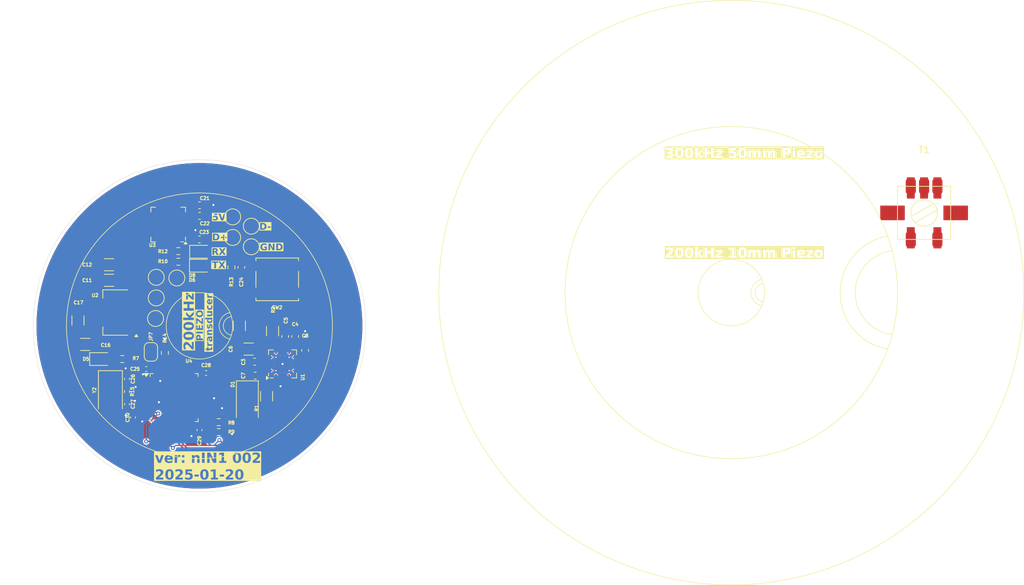
<source format=kicad_pcb>
(kicad_pcb (version 20240108) (generator "pcbnew") (generator_version "8.0")
  (layers (0 "F.Cu" signal) (31 "B.Cu" signal) (34 "B.Paste" user) (35 "F.Paste" user) (36 "B.SilkS" user "B.Silkscreen") (37 "F.SilkS" user "F.Silkscreen") (38 "B.Mask" user) (39 "F.Mask" user) (44 "Edge.Cuts" user))
  (net 0 "")
  (net 2 "Net-(U3-VDD)")
  (net 3 "rst")
  (net 4 "GND")
  (net 5 "NCS")
  (net 6 "OUT_4")
  (net 7 "ADC")
  (net 8 "IO_2")
  (net 9 "Net-(U3-~{DTR})")
  (net 10 "OUT_3")
  (net 11 "SDO")
  (net 12 "SCLK")
  (net 13 "IO_1")
  (net 14 "+5V")
  (net 15 "SDI")
  (net 16 "Net-(U1-FLT)")
  (net 17 "Net-(U1-INN)")
  (net 18 "VCC")
  (net 19 "+3.3V")
  (net 20 "Net-(D6-K)")
  (net 21 "Net-(U3-D+)")
  (net 22 "Net-(U3-D-)")
  (net 23 "BOOT_0")
  (net 24 "5V_voltage_detect")
  (net 25 "uC_TX")
  (net 26 "uC_RX")
  (net 46 "BOOT_1")
  (net 47 "Net-(C5-Pad1)")
  (net 48 "Net-(U1-INP)")
  (net 49 "Net-(U1-VDRV)")
  (net 50 "Net-(U1-VPWR)")
  (net 51 "Net-(U4-PD0-OSC_IN)")
  (net 52 "Net-(U4-PD0-OSC_OUT)")
  (net 53 "Net-(D1-K)")
  (net 54 "Net-(D5-A)")
  (net 55 "Net-(D8-K)")
  (net 56 "Net-(U1-OUTA)")
  (net 57 "Net-(U4-PC13-TAMPER-RTC)")
  (net 58 "Net-(U1-OUTB)")
  (footprint "Capacitor_SMD:C_1206_3216Metric" (layer "F.Cu") (at 81.725 94.2 -90)
    (property "Reference" "C17")
    (property "Value" "C47uF")
  )
  (footprint "Resistor_SMD:R_1206_3216Metric" (layer "F.Cu") (at 111 95.8 -90)
    (property "Reference" "R2")
    (property "Value" "R200")
  )
  (footprint "Capacitor_SMD:C_0402_1005Metric" (layer "F.Cu") (at 89.1 106.8 -90)
    (property "Reference" "C27")
    (property "Value" "C22pF")
  )
  (footprint "Resistor_SMD:R_0603_1608Metric" (layer "F.Cu") (at 88.4 100)
    (property "Reference" "R7")
    (property "Value" "R1k")
  )
  (footprint "Resistor_SMD:R_0603_1608Metric" (layer "F.Cu") (at 102.9 111)
    (property "Reference" "R9")
    (property "Value" "R1k")
  )
  (footprint "Resistor_SMD:R_1206_3216Metric" (layer "F.Cu") (at 106 95 90)
    (property "Reference" "Y1" (hide yes))
    (property "Value" "Crystal" (hide yes))
  )
  (footprint "TestPoint:TestPoint_Pad_D2.0mm" (layer "F.Cu") (at 105 81.7 180)
    (property "Reference" "TP7" (hide yes))
    (property "Value" "D+")
  )
  (footprint "Resistor_SMD:R_0402_1005Metric" (layer "F.Cu") (at 89.1 104.9 -90)
    (property "Reference" "R15")
    (property "Value" "R1M")
  )
  (footprint "Capacitor_SMD:C_0402_1005Metric" (layer "F.Cu") (at 92 101.5 180)
    (property "Reference" "C25")
    (property "Value" "C100nF")
  )
  (footprint "Resistor_SMD:R_0603_1608Metric" (layer "F.Cu") (at 104.8 86.2 90)
    (property "Reference" "R13")
    (property "Value" "R10k")
  )
  (footprint "Package_DFN_QFN:QFN-20-1EP_4x4mm_P0.5mm_EP2.5x2.5mm_ThermalVias" (layer "F.Cu") (at 112.5 100.7375 90)
    (property "Reference" "U1")
    (property "Value" "TUSS4470TRTJR")
  )
  (footprint "Diode_SMD:D_SMA" (layer "F.Cu") (at 107.2 106.8 -90)
    (property "Reference" "D1")
    (property "Value" "1N4001")
  )
  (footprint "Resistor_SMD:R_0603_1608Metric" (layer "F.Cu") (at 102.9 109.5 180)
    (property "Reference" "R8")
    (property "Value" "R1k")
  )
  (footprint "Capacitor_SMD:C_0603_1608Metric" (layer "F.Cu") (at 112.9 96.6 -90)
    (property "Reference" "C5")
    (property "Value" "40V, 330pF")
  )
  (footprint "Resistor_SMD:R_0603_1608Metric" (layer "F.Cu") (at 96.82 85.35 180)
    (property "Reference" "R10")
    (property "Value" "R330")
  )
  (footprint "Capacitor_SMD:C_0402_1005Metric" (layer "F.Cu") (at 100 110.7 -90)
    (property "Reference" "C29")
    (property "Value" "C100nF")
  )
  (footprint "Capacitor_SMD:C_1206_3216Metric" (layer "F.Cu") (at 86.4 85.8 180)
    (property "Reference" "C12")
    (property "Value" "C47uF")
  )
  (footprint "LED_SMD:LED_0805_2012Metric" (layer "F.Cu") (at 85.175 100)
    (property "Reference" "D5")
    (property "Value" "LED_PC13")
  )
  (footprint "TestPoint:TestPoint_Pad_D2.0mm" (layer "F.Cu") (at 93.5 87.7 -90)
    (property "Reference" "TP4" (hide yes))
    (property "Value" "TX")
  )
  (footprint "TestPoint:TestPoint_Pad_D2.0mm" (layer "F.Cu") (at 96.6 87.8 -90)
    (property "Reference" "TP3" (hide yes))
    (property "Value" "RX")
  )
  (footprint "Package_QFP:LQFP-48_7x7mm_P0.5mm" (layer "F.Cu") (at 96.2 105.8)
    (property "Reference" "U4")
    (property "Value" "STM32F103C8Tx")
  )
  (footprint "Capacitor_SMD:C_0603_1608Metric" (layer "F.Cu") (at 115.9 98.7 -90)
    (property "Reference" "C8")
    (property "Value" "10nF")
  )
  (footprint "Button_Switch_SMD:SW_Push_1P1T_NO_CK_KSC7xxJ" (layer "F.Cu") (at 111.7 88)
    (property "Reference" "SW2")
    (property "Value" "RST")
  )
  (footprint "Capacitor_SMD:C_0603_1608Metric" (layer "F.Cu") (at 100 82)
    (property "Reference" "C23")
    (property "Value" "C100nF")
  )
  (footprint "Capacitor_SMD:C_0402_1005Metric" (layer "F.Cu") (at 101 102.1)
    (property "Reference" "C28")
    (property "Value" "C100nF")
  )
  (footprint "Capacitor_SMD:C_1206_3216Metric" (layer "F.Cu") (at 82.825 97.8 180)
    (property "Reference" "C16")
    (property "Value" "C100nF")
  )
  (footprint "LED_SMD:LED_0805_2012Metric" (layer "F.Cu") (at 100.22 83.85)
    (property "Reference" "D8")
    (property "Value" "RX")
  )
  (footprint "TestPoint:TestPoint_Pad_D2.0mm" (layer "F.Cu") (at 93.4 93.9)
    (property "Reference" "TP6" (hide yes))
    (property "Value" "3.3V")
  )
  (footprint "Capacitor_SMD:C_1206_3216Metric" (layer "F.Cu") (at 107.4 98.5 180)
    (property "Reference" "C6")
    (property "Value" "40V, 2µF")
  )
  (footprint "Capacitor_SMD:C_0603_1608Metric" (layer "F.Cu") (at 100.02 78.45 180)
    (property "Reference" "C22")
    (property "Value" "C100nF")
  )
  (footprint "TestPoint:TestPoint_Pad_D2.0mm" (layer "F.Cu") (at 93.5 90.8)
    (property "Reference" "TP5" (hide yes))
    (property "Value" "GND")
  )
  (footprint "Package_TO_SOT_SMD:SOT-223-3_TabPin2" (layer "F.Cu") (at 87.375 93 180)
    (property "Reference" "U2")
    (property "Value" "AMS1117-3.3")
  )
  (footprint "Capacitor_SMD:C_0603_1608Metric" (layer "F.Cu") (at 106.3 86.2 -90)
    (property "Reference" "C24")
    (property "Value" "C100nF")
  )
  (footprint "Jumper:SolderJumper-2_P1.3mm_Open_RoundedPad1.0x1.5mm" (layer "F.Cu") (at 92.7 98.925 90)
    (property "Reference" "JP7")
    (property "Value" "termination_jumper")
  )
  (footprint "Transformer_SMD:UltrasonicTransformer7.8,8" (layer "F.Cu") (at 209 78)
    (property "Reference" "T1")
    (property "Value" "Transformer_1P_SS")
  )
  (footprint "Resistor_SMD:R_1206_3216Metric" (layer "F.Cu") (at 110.1 105.6 -90)
    (property "Reference" "R1")
    (property "Value" "R10")
  )
  (footprint "TestPoint:TestPoint_Pad_D2.0mm" (layer "F.Cu") (at 105 78.6 180)
    (property "Reference" "TP2" (hide yes))
    (property "Value" "5V")
  )
  (footprint "Capacitor_SMD:C_0603_1608Metric" (layer "F.Cu") (at 108.3 100.4 180)
    (property "Reference" "C3")
    (property "Value" "C3.2nF")
  )
  (footprint "LED_SMD:LED_0805_2012Metric" (layer "F.Cu") (at 100.1825 85.95)
    (property "Reference" "D6")
    (property "Value" "TX")
  )
  (footprint "TestPoint:TestPoint_Pad_D2.0mm" (layer "F.Cu") (at 107.8 80 180)
    (property "Reference" "TP8" (hide yes))
    (property "Value" "D-")
  )
  (footprint "Crystal:Crystal_SMD_5032-2Pin_5.0x3.2mm" (layer "F.Cu") (at 86.6 104.8 -90)
    (property "Reference" "Y2")
    (property "Value" "Crystal")
  )
  (footprint "Capacitor_SMD:C_0402_1005Metric" (layer "F.Cu") (at 89.1 103 -90)
    (property "Reference" "C26")
    (property "Value" "C22pF")
  )
  (footprint "Capacitor_SMD:C_0402_1005Metric" (layer "F.Cu") (at 90 108.8 -90)
    (property "Reference" "C30")
    (property "Value" "C100nF")
  )
  (footprint "Capacitor_SMD:C_0603_1608Metric" (layer "F.Cu") (at 108.4 102.5 180)
    (property "Reference" "C7")
    (property "Value" "50V, 100nF")
  )
  (footprint "Resistor_SMD:R_0603_1608Metric" (layer "F.Cu") (at 94.8 99.075 90)
    (property "Reference" "R14")
    (property "Value" "R10k")
  )
  (footprint "TestPoint:TestPoint_Pad_D2.0mm" (layer "F.Cu") (at 107.8 83.1 180)
    (property "Reference" "TP1" (hide yes))
    (property "Value" "GND")
  )
  (footprint "Capacitor_SMD:C_0603_1608Metric" (layer "F.Cu") (at 114.4 96.6 90)
    (property "Reference" "C4")
    (property "Value" "C21.2nF")
  )
  (footprint "Resistor_SMD:R_0603_1608Metric" (layer "F.Cu") (at 96.82 83.75 180)
    (property "Reference" "R12")
    (property "Value" "R330")
  )
  (footprint "Capacitor_SMD:C_1206_3216Metric" (layer "F.Cu") (at 86.4 88.15 180)
    (property "Reference" "C11")
    (property "Value" "C100nF")
  )
  (footprint "Capacitor_SMD:C_0603_1608Metric" (layer "F.Cu") (at 100.02 76.85 180)
    (property "Reference" "C21")
    (property "Value" "C100nF")
  )
  (footprint "Package_DFN_QFN:QFN-28-1EP_5x5mm_P0.5mm_EP3.35x3.35mm" (layer "F.Cu") (at 95.3 79.75 180)
    (property "Reference" "U3")
    (property "Value" "CP2102N-A01-GQFN28")
  )
  (gr_circle (center 180 90) (end 185 90) (stroke (width 0.1)) (fill none) (layer "F.SilkS"))
  (gr_circle (center 100 95) (end 120 95) (stroke (width 0.1)) (fill none) (layer "F.SilkS"))
  (gr_arc (start 104.767505 96.394971) (mid 103.585883 94.983559) (end 104.8 93.600001) (stroke (width 0.1)) (layer "F.SilkS"))
  (gr_circle (center 180 90) (end 205 90) (stroke (width 0.1)) (fill none) (layer "F.SilkS"))
  (gr_arc (start 184.600001 91.999998) (mid 182.960394 90) (end 184.6 88.000002) (stroke (width 0.1)) (layer "F.SilkS"))
  (gr_arc (start 204.19253 96.310761) (mid 198.637792 90.004394) (end 204.183814 83.69036) (stroke (width 0.1)) (layer "F.SilkS"))
  (gr_circle (center 100 95) (end 105 95) (stroke (width 0.1)) (fill none) (layer "F.SilkS"))
  (gr_arc (start 203.511022 98.493438) (mid 196.377035 89.99608) (end 203.518744 81.505212) (stroke (width 0.1)) (layer "F.SilkS"))
  (gr_circle (center 180 90) (end 224 90) (stroke (width 0.1)) (fill none) (layer "F.SilkS"))
  (gr_arc (start 184.767505 91.394971) (mid 183.585883 89.983559) (end 184.8 88.600001) (stroke (width 0.1)) (layer "F.SilkS"))
  (gr_arc (start 104.600001 96.999998) (mid 102.960394 95) (end 104.6 93.000002) (stroke (width 0.1)) (layer "F.SilkS"))
  (gr_circle (center 100 95) (end 125 95) (stroke (width 0.05)) (fill none) (layer "Edge.Cuts"))
  (gr_text "D-" (at 109 80.7 0) (layer "F.SilkS" knockout) (effects (font (size 1 1) (thickness 0.25) (bold yes)) (justify left bottom)))
  (gr_text "D+" (at 101.9 82.3 0) (layer "F.SilkS" knockout) (effects (font (size 1 1) (thickness 0.25) (bold yes)) (justify left bottom)))
  (gr_text "RX" (at 102.9 84.5 0) (layer "F.SilkS" knockout) (effects (font (size 1 1) (thickness 0.25) (bold yes)) (justify bottom)))
  (gr_text "TX" (at 102.9 86.5 0) (layer "F.SilkS" knockout) (effects (font (size 1 1) (thickness 0.25) (bold yes)) (justify bottom)))
  (gr_text "200kHz" (at 99.4 98.7 90) (layer "F.SilkS" knockout) (effects (font (size 1.5 1.5) (thickness 0.3) (bold yes)) (justify left bottom)))
  (gr_text "300kHz 50mm Piezo" (at 170 70 0) (layer "F.SilkS" knockout) (effects (font (size 1.5 1.5) (thickness 0.3) (bold yes)) (justify left bottom)))
  (gr_text "transducer" (at 102.1 98.8 90) (layer "F.SilkS" knockout) (effects (font (size 1 1) (thickness 0.25) (bold yes)) (justify left bottom)))
  (gr_text "5V" (at 101.9 79.3 0) (layer "F.SilkS" knockout) (effects (font (size 1 1) (thickness 0.25) (bold yes)) (justify left bottom)))
  (gr_text "ver: nIN1 002\n2025-01-20\n" (at 93.3 118.4 0) (layer "F.SilkS" knockout) (effects (font (size 1.5 1.5) (thickness 0.3) (bold yes)) (justify left bottom)))
  (gr_text "PIEZO" (at 100.7 97.3 90) (layer "F.SilkS" knockout) (effects (font (size 1 1) (thickness 0.2) (bold yes)) (justify left bottom)))
  (gr_text "200kHz 10mm Piezo" (at 170 85 0) (layer "F.SilkS" knockout) (effects (font (size 1.5 1.5) (thickness 0.3) (bold yes)) (justify left bottom)))
  (gr_text "GND" (at 109.1 83.8 0) (layer "F.SilkS" knockout) (effects (font (size 1 1) (thickness 0.25) (bold yes)) (justify left bottom)))
  (segment (start 98.945 78.75) (end 97.75 78.75) (width 0.2) (layer "F.Cu") (net 2))
  (segment (start 99.245 78.45) (end 98.945 78.75) (width 0.2) (layer "F.Cu") (net 2))
  (segment (start 104.8 84.2) (end 104.8 85.375) (width 0.2) (layer "F.Cu") (net 3))
  (segment (start 104.85 85.425) (end 104.8 85.375) (width 0.2) (layer "F.Cu") (net 3))
  (segment (start 106.3 85.425) (end 104.85 85.425) (width 0.2) (layer "F.Cu") (net 3))
  (segment (start 108.8 86) (end 106.875 86) (width 0.2) (layer "F.Cu") (net 3))
  (segment (start 106.875 86) (end 106.3 85.425) (width 0.2) (layer "F.Cu") (net 3))
  (segment (start 100.775 82) (end 102.6 82) (width 0.2) (layer "F.Cu") (net 3))
  (segment (start 102.6 82) (end 104.8 84.2) (width 0.2) (layer "F.Cu") (net 3))
  (segment (start 114.6 86) (end 108.8 86) (width 0.2) (layer "F.Cu") (net 3))
  (segment (start 91.52 101.5) (end 91.52 102.28) (width 0.2) (layer "F.Cu") (net 4))
  (segment (start 115.875 95.825) (end 115.9 95.8) (width 0.2) (layer "F.Cu") (net 4))
  (segment (start 91.52 102.28) (end 91.5 102.3) (width 0.2) (layer "F.Cu") (net 4))
  (segment (start 93.95 103.15) (end 94.1 103.3) (width 0.2) (layer "F.Cu") (net 4))
  (segment (start 93.95 101.6375) (end 93.95 103.15) (width 0.2) (layer "F.Cu") (net 4))
  (segment (start 100.795 78.45) (end 101.95 78.45) (width 0.2) (layer "F.Cu") (net 4))
  (segment (start 89.1 107.28) (end 89.1 108.3) (width 0.2) (layer "F.Cu") (net 4))
  (segment (start 112 102.675) (end 112 101.2375) (width 0.2) (layer "F.Cu") (net 4))
  (segment (start 112 101.2375) (end 112.5 100.7375) (width 0.2) (layer "F.Cu") (net 4))
  (segment (start 115.9 97.925) (end 115.9 96.6) (width 0.2) (layer "F.Cu") (net 4))
  (segment (start 103.725 111) (end 104.6 111) (width 0.2) (layer "F.Cu") (net 4))
  (segment (start 102.05 76.85) (end 102.1 76.8) (width 0.2) (layer "F.Cu") (net 4))
  (segment (start 89.1 102.52) (end 89.1 101.6) (width 0.2) (layer "F.Cu") (net 4))
  (segment (start 114.4 95.825) (end 115.875 95.825) (width 0.2) (layer "F.Cu") (net 4))
  (segment (start 101.95 78.45) (end 102.1 78.3) (width 0.2) (layer "F.Cu") (net 4))
  (segment (start 100.795 76.85) (end 102.05 76.85) (width 0.2) (layer "F.Cu") (net 4))
  (segment (start 99.05 80.25) (end 99.4 80.6) (width 0.2) (layer "F.Cu") (net 4))
  (segment (start 97.75 80.25) (end 99.05 80.25) (width 0.2) (layer "F.Cu") (net 4))
  (segment (start 89.1 108.3) (end 88.9 108.5) (width 0.2) (layer "F.Cu") (net 4))
  (segment (start 104.6 111) (end 104.9 111.3) (width 0.2) (layer "F.Cu") (net 4))
  (segment (start 112.5 98.8) (end 112 98.8) (width 0.2) (layer "F.Cu") (net 4))
  (segment (start 89.1 101.6) (end 88.9 101.4) (width 0.2) (layer "F.Cu") (net 4))
  (via (at 115.9 95.8) (size 0.6) (drill 0.3) (layers "F.Cu" "B.Cu") (net 4))
  (via (at 99.4 80.6) (size 0.6) (drill 0.3) (layers "F.Cu" "B.Cu") (net 4))
  (via (at 91.4 109.4) (size 0.6) (drill 0.3) (layers "F.Cu" "B.Cu") (net 4))
  (via (at 90.4 104.2) (size 0.6) (drill 0.3) (layers "F.Cu" "B.Cu") (net 4))
  (via (at 103.4 107.4) (size 0.6) (drill 0.3) (layers "F.Cu" "B.Cu") (net 4))
  (via (at 112.5 100.7375) (size 0.6) (drill 0.3) (layers "F.Cu" "B.Cu") (net 4))
  (via (at 115.9 96.6) (size 0.6) (drill 0.3) (layers "F.Cu" "B.Cu") (net 4))
  (via (at 88.9 101.4) (size 0.6) (drill 0.3) (layers "F.Cu" "B.Cu") (net 4))
  (via (at 88.9 108.5) (size 0.6) (drill 0.3) (layers "F.Cu" "B.Cu") (net 4))
  (via (at 104.9 111.3) (size 0.6) (drill 0.3) (layers "F.Cu" "B.Cu") (net 4))
  (via (at 102.1 78.3) (size 0.6) (drill 0.3) (layers "F.Cu" "B.Cu") (net 4))
  (via (at 102.1 76.8) (size 0.6) (drill 0.3) (layers "F.Cu" "B.Cu") (net 4))
  (via (at 112.2 104.1) (size 0.6) (drill 0.3) (layers "F.Cu" "B.Cu") (net 4))
  (via (at 102.2 105.9) (size 0.6) (drill 0.3) (layers "F.Cu" "B.Cu") (net 4))
  (via (at 94.1 103.3) (size 0.6) (drill 0.3) (layers "F.Cu" "B.Cu") (net 4))
  (via (at 90.3 106.3) (size 0.6) (drill 0.3) (layers "F.Cu" "B.Cu") (net 4))
  (via (at 94.8 97) (size 0.6) (drill 0.3) (layers "F.Cu" "B.Cu") (net 4))
  (via (at 98.8 111.6) (size 0.6) (drill 0.3) (layers "F.Cu" "B.Cu") (net 4))
  (via (at 93.9 106.5) (size 0.6) (drill 0.3) (layers "F.Cu" "B.Cu") (net 4))
  (via (at 91.5 102.3) (size 0.6) (drill 0.3) (layers "F.Cu" "B.Cu") (net 4))
  (segment (start 103.9 112.6) (end 109.468628 112.6) (width 0.2) (layer "F.Cu") (net 5))
  (segment (start 113.6 104.4) (end 112.5 103.3) (width 0.2) (layer "F.Cu") (net 5))
  (segment (start 113.6 108.468628) (end 113.6 104.4) (width 0.2) (layer "F.Cu") (net 5))
  (segment (start 93.95 111.35) (end 96 113.4) (width 0.2) (layer "F.Cu") (net 5))
  (segment (start 112.5 103.3) (end 112.5 102.675) (width 0.2) (layer "F.Cu") (net 5))
  (segment (start 103.9 112.6) (end 103.4 112.6) (width 0.2) (layer "F.Cu") (net 5))
  (segment (start 103.4 112.6) (end 103 112.2) (width 0.2) (layer "F.Cu") (net 5))
  (segment (start 93.95 109.9625) (end 93.95 111.35) (width 0.2) (layer "F.Cu") (net 5))
  (segment (start 109.468628 112.6) (end 113.6 108.468628) (width 0.2) (layer "F.Cu") (net 5))
  (via (at 96 113.4) (size 0.6) (drill 0.3) (layers "F.Cu" "B.Cu") (net 5))
  (via (at 103 112.2) (size 0.6) (drill 0.3) (layers "F.Cu" "B.Cu") (net 5))
  (segment (start 96.4 113) (end 96 113.4) (width 0.2) (layer "B.Cu") (net 5))
  (segment (start 103 112.2) (end 102.2 113) (width 0.2) (layer "B.Cu") (net 5))
  (segment (start 102.2 113) (end 96.4 113) (width 0.2) (layer "B.Cu") (net 5))
  (segment (start 103.7 105.5) (end 101.15 108.05) (width 0.2) (layer "F.Cu") (net 6))
  (segment (start 103.7 103.2) (end 103.7 105.5) (width 0.2) (layer "F.Cu") (net 6))
  (segment (start 101.15 108.05) (end 100.3625 108.05) (width 0.2) (layer "F.Cu") (net 6))
  (segment (start 105.6625 101.2375) (end 103.7 103.2) (width 0.2) (layer "F.Cu") (net 6))
  (segment (start 110.5625 101.2375) (end 105.6625 101.2375) (width 0.2) (layer "F.Cu") (net 6))
  (segment (start 95.068628 115) (end 92.468628 112.4) (width 0.2) (layer "F.Cu") (net 7))
  (segment (start 114.4375 100.2375) (end 114.995758 100.2375) (width 0.2) (layer "F.Cu") (net 7))
  (segment (start 116.2 101.441742) (end 116.2 109.4) (width 0.2) (layer "F.Cu") (net 7))
  (segment (start 92.468628 112.4) (end 92 112.4) (width 0.2) (layer "F.Cu") (net 7))
  (segment (start 93.65 108.05) (end 93.8 108.2) (width 0.2) (layer "F.Cu") (net 7))
  (segment (start 92.0375 108.05) (end 93.65 108.05) (width 0.2) (layer "F.Cu") (net 7))
  (segment (start 114.995758 100.2375) (end 116.2 101.441742) (width 0.2) (layer "F.Cu") (net 7))
  (segment (start 116.2 109.4) (end 110.6 115) (width 0.2) (layer "F.Cu") (net 7))
  (segment (start 110.6 115) (end 95.068628 115) (width 0.2) (layer "F.Cu") (net 7))
  (via (at 93.8 108.2) (size 0.6) (drill 0.3) (layers "F.Cu" "B.Cu") (net 7))
  (via (at 92 112.4) (size 0.6) (drill 0.3) (layers "F.Cu" "B.Cu") (net 7))
  (segment (start 93.8 108.2) (end 92 110) (width 0.2) (layer "B.Cu") (net 7))
  (segment (start 92 110) (end 92 112.4) (width 0.2) (layer "B.Cu") (net 7))
  (segment (start 93 109.5125) (end 92.0375 108.55) (width 0.2) (layer "F.Cu") (net 8))
  (segment (start 95.234314 114.6) (end 93 112.365686) (width 0.2) (layer "F.Cu") (net 8))
  (segment (start 114.930072 100.7375) (end 115.6 101.407428) (width 0.2) (layer "F.Cu") (net 8))
  (segment (start 115.6 109.297057) (end 110.297057 114.6) (width 0.2) (layer "F.Cu") (net 8))
  (segment (start 115.6 101.407428) (end 115.6 109.297057) (width 0.2) (layer "F.Cu") (net 8))
  (segment (start 93 112.365686) (end 93 109.5125) (width 0.2) (layer "F.Cu") (net 8))
  (segment (start 114.4375 100.7375) (end 114.930072 100.7375) (width 0.2) (layer "F.Cu") (net 8))
  (segment (start 110.297057 114.6) (end 95.234314 114.6) (width 0.2) (layer "F.Cu") (net 8))
  (segment (start 96.8 82.2) (end 97 82) (width 0.2) (layer "F.Cu") (net 9))
  (segment (start 97 82) (end 99.225 82) (width 0.2) (layer "F.Cu") (net 9))
  (segment (start 113.1 108.402942) (end 113.1 105.9) (width 0.2) (layer "F.Cu") (net 10))
  (segment (start 104.45 108.55) (end 105.05 109.15) (width 0.2) (layer "F.Cu") (net 10))
  (segment (start 105.05 109.15) (end 105.05 110.3) (width 0.2) (layer "F.Cu") (net 10))
  (segment (start 105.05 110.3) (end 106.65 111.9) (width 0.2) (layer "F.Cu") (net 10))
  (segment (start 113.1 105.9) (end 111.5 104.3) (width 0.2) (layer "F.Cu") (net 10))
  (segment (start 109.602942 111.9) (end 113.1 108.402942) (width 0.2) (layer "F.Cu") (net 10))
  (segment (start 100.3625 108.55) (end 104.45 108.55) (width 0.2) (layer "F.Cu") (net 10))
  (segment (start 106.65 111.9) (end 109.602942 111.9) (width 0.2) (layer "F.Cu") (net 10))
  (segment (start 111.5 104.3) (end 111.5 102.675) (width 0.2) (layer "F.Cu") (net 10))
  (segment (start 114.8 108.965686) (end 109.965686 113.8) (width 0.2) (layer "F.Cu") (net 11))
  (segment (start 94.95 110.798096) (end 94.95 109.9625) (width 0.2) (layer "F.Cu") (net 11))
  (segment (start 109.965686 113.8) (end 97.951904 113.8) (width 0.2) (layer "F.Cu") (net 11))
  (segment (start 114.8 102.1) (end 114.8 108.965686) (width 0.2) (layer "F.Cu") (net 11))
  (segment (start 97.951904 113.8) (end 94.95 110.798096) (width 0.2) (layer "F.Cu") (net 11))
  (segment (start 114.4375 101.7375) (end 114.8 102.1) (width 0.2) (layer "F.Cu") (net 11))
  (segment (start 101 110.283866) (end 101 112.3) (width 0.2) (layer "F.Cu") (net 12))
  (segment (start 94.71759 108.925) (end 99.46759 108.925) (width 0.2) (layer "F.Cu") (net 12))
  (segment (start 99.46759 108.925) (end 100.14259 109.6) (width 0.2) (layer "F.Cu") (net 12))
  (segment (start 114 104.2) (end 114 108.634314) (width 0.2) (layer "F.Cu") (net 12))
  (segment (start 113 102.675) (end 113 103.2) (width 0.2) (layer "F.Cu") (net 12))
  (segment (start 113 103.2) (end 114 104.2) (width 0.2) (layer "F.Cu") (net 12))
  (segment (start 100.316134 109.6) (end 101 110.283866) (width 0.2) (layer "F.Cu") (net 12))
  (segment (start 101 112.3) (end 101.7 113) (width 0.2) (layer "F.Cu") (net 12))
  (segment (start 94.45 109.19259) (end 94.71759 108.925) (width 0.2) (layer "F.Cu") (net 12))
  (segment (start 100.14259 109.6) (end 100.316134 109.6) (width 0.2) (layer "F.Cu") (net 12))
  (segment (start 114 108.634314) (end 109.634314 113) (width 0.2) (layer "F.Cu") (net 12))
  (segment (start 101.7 113) (end 101.8 113) (width 0.2) (layer "F.Cu") (net 12))
  (segment (start 94.45 109.9625) (end 94.45 109.19259) (width 0.2) (layer "F.Cu") (net 12))
  (segment (start 109.634314 113) (end 101.8 113) (width 0.2) (layer "F.Cu") (net 12))
  (segment (start 115.2 109.131371) (end 115.2 101.573114) (width 0.2) (layer "F.Cu") (net 13))
  (segment (start 93.45 109.9625) (end 93.45 112.25) (width 0.2) (layer "F.Cu") (net 13))
  (segment (start 110.131371 114.2) (end 115.2 109.131371) (width 0.2) (layer "F.Cu") (net 13))
  (segment (start 93.45 112.25) (end 95.4 114.2) (width 0.2) (layer "F.Cu") (net 13))
  (segment (start 114.864386 101.2375) (end 114.4375 101.2375) (width 0.2) (layer "F.Cu") (net 13))
  (segment (start 95.4 114.2) (end 110.131371 114.2) (width 0.2) (layer "F.Cu") (net 13))
  (segment (start 115.2 101.573114) (end 114.864386 101.2375) (width 0.2) (layer "F.Cu") (net 13))
  (segment (start 114.4375 99.7375) (end 115.6375 99.7375) (width 0.2) (layer "F.Cu") (net 14))
  (segment (start 99.15 76.85) (end 99.245 76.85) (width 0.2) (layer "F.Cu") (net 14))
  (segment (start 100.02 77.625) (end 104.025 77.625) (width 0.2) (layer "F.Cu") (net 14))
  (segment (start 100.02 77.625) (end 99.245 76.85) (width 0.2) (layer "F.Cu") (net 14))
  (segment (start 104.025 77.625) (end 105 78.6) (width 0.2) (layer "F.Cu") (net 14))
  (segment (start 115.6375 99.7375) (end 115.9 99.475) (width 0.2) (layer "F.Cu") (net 14))
  (segment (start 97.75 78.25) (end 96.8 77.3) (width 0.2) (layer "F.Cu") (net 14))
  (segment (start 97.75 78.25) (end 99.15 76.85) (width 0.2) (layer "F.Cu") (net 14))
  (segment (start 114.4 108.8) (end 114.4 104) (width 0.2) (layer "F.Cu") (net 15))
  (segment (start 113.5 102.675) (end 113.5 103.1) (width 0.2) (layer "F.Cu") (net 15))
  (segment (start 95.45 110.73241) (end 98.11759 113.4) (width 0.2) (layer "F.Cu") (net 15))
  (segment (start 109.8 113.4) (end 114.4 108.8) (width 0.2) (layer "F.Cu") (net 15))
  (segment (start 98.11759 113.4) (end 109.8 113.4) (width 0.2) (layer "F.Cu") (net 15))
  (segment (start 113.5 103.1) (end 114.4 104) (width 0.2) (layer "F.Cu") (net 15))
  (segment (start 95.45 109.9625) (end 95.45 110.73241) (width 0.2) (layer "F.Cu") (net 15))
  (segment (start 109.4125 100.7375) (end 109.075 100.4) (width 0.2) (layer "F.Cu") (net 16))
  (segment (start 110.5625 100.7375) (end 109.4125 100.7375) (width 0.2) (layer "F.Cu") (net 16))
  (segment (start 113.5 98.8) (end 113.5 98.275) (width 0.2) (layer "F.Cu") (net 17))
  (segment (start 113.5 98.275) (end 114.4 97.375) (width 0.2) (layer "F.Cu") (net 17))
  (segment (start 100.3625 103.05) (end 100.3625 102.2575) (width 0.2) (layer "F.Cu") (net 19))
  (segment (start 91.645 100.665) (end 91.645 98.575) (width 0.2) (layer "F.Cu") (net 19))
  (segment (start 90 108.32) (end 90 107.6) (width 0.2) (layer "F.Cu") (net 19))
  (segment (start 100 110.22) (end 99.2075 110.22) (width 0.2) (layer "F.Cu") (net 19))
  (segment (start 90 107.6) (end 90.55 107.05) (width 0.2) (layer "F.Cu") (net 19))
  (segment (start 100.3625 102.2575) (end 100.52 102.1) (width 0.2) (layer "F.Cu") (net 19))
  (segment (start 99.2075 110.22) (end 98.95 109.9625) (width 0.2) (layer "F.Cu") (net 19))
  (segment (start 101.1575 83.85) (end 101.1575 85.9125) (width 0.2) (layer "F.Cu") (net 19))
  (segment (start 92.48 101.5) (end 93.3125 101.5) (width 0.2) (layer "F.Cu") (net 19))
  (segment (start 90.55 107.05) (end 92.0375 107.05) (width 0.2) (layer "F.Cu") (net 19))
  (segment (start 91.945 98.275) (end 92.7 98.275) (width 0.2) (layer "F.Cu") (net 19))
  (segment (start 91.645 98.575) (end 91.945 98.275) (width 0.2) (layer "F.Cu") (net 19))
  (segment (start 93.3125 101.5) (end 93.45 101.6375) (width 0.2) (layer "F.Cu") (net 19))
  (segment (start 92.48 101.5) (end 91.645 100.665) (width 0.2) (layer "F.Cu") (net 19))
  (segment (start 101.1575 85.9125) (end 101.12 85.95) (width 0.2) (layer "F.Cu") (net 19))
  (segment (start 98.645 85.35) (end 99.245 85.95) (width 0.2) (layer "F.Cu") (net 20))
  (segment (start 97.645 85.35) (end 98.645 85.35) (width 0.2) (layer "F.Cu") (net 20))
  (segment (start 105 81.7) (end 103.05 79.75) (width 0.2) (layer "F.Cu") (net 21))
  (segment (start 103.05 79.75) (end 97.75 79.75) (width 0.2) (layer "F.Cu") (net 21))
  (segment (start 104.561522 80) (end 107.8 80) (width 0.2) (layer "F.Cu") (net 22))
  (segment (start 97.75 79.25) (end 103.811522 79.25) (width 0.2) (layer "F.Cu") (net 22))
  (segment (start 103.811522 79.25) (end 104.561522 80) (width 0.2) (layer "F.Cu") (net 22))
  (segment (start 95.45 100.55) (end 95.45 101.6375) (width 0.2) (layer "F.Cu") (net 23))
  (segment (start 94.475 99.575) (end 94.8 99.9) (width 0.2) (layer "F.Cu") (net 23))
  (segment (start 95.45 100.55) (end 94.8 99.9) (width 0.2) (layer "F.Cu") (net 23))
  (segment (start 92.7 99.575) (end 94.475 99.575) (width 0.2) (layer "F.Cu") (net 23))
  (segment (start 102.075 111) (end 102.075 109.5) (width 0.2) (layer "F.Cu") (net 24))
  (segment (start 95.995 85.35) (end 95.295 84.65) (width 0.2) (layer "F.Cu") (net 25))
  (segment (start 95.295 82.205) (end 95.3 82.2) (width 0.2) (layer "F.Cu") (net 25))
  (segment (start 95.995 85.35) (end 95.85 85.35) (width 0.2) (layer "F.Cu") (net 25))
  (segment (start 95.295 84.65) (end 95.295 82.205) (width 0.2) (layer "F.Cu") (net 25))
  (segment (start 95.85 85.35) (end 93.5 87.7) (width 0.2) (layer "F.Cu") (net 25))
  (segment (start 95.8 83.555) (end 95.8 82.2) (width 0.2) (layer "F.Cu") (net 26))
  (segment (start 96.6 87.8) (end 96.695 87.705) (width 0.2) (layer "F.Cu") (net 26))
  (segment (start 95.995 83.75) (end 95.8 83.555) (width 0.2) (layer "F.Cu") (net 26))
  (segment (start 96.695 87.705) (end 96.695 84.45) (width 0.2) (layer "F.Cu") (net 26))
  (segment (start 96.695 84.45) (end 95.995 83.75) (width 0.2) (layer "F.Cu") (net 26))
  (segment (start 112.9 95.825) (end 112.4875 95.825) (width 0.2) (layer "F.Cu") (net 47))
  (segment (start 112.4875 95.825) (end 111 94.3375) (width 0.2) (layer "F.Cu") (net 47))
  (segment (start 113 97.475) (end 112.9 97.375) (width 0.2) (layer "F.Cu") (net 48))
  (segment (start 113 98.8) (end 113 97.475) (width 0.2) (layer "F.Cu") (net 48))
  (segment (start 108.975 99.076886) (end 108.975 98.5) (width 0.2) (layer "F.Cu") (net 49))
  (segment (start 110.135614 100.2375) (end 108.975 99.076886) (width 0.2) (layer "F.Cu") (net 49))
  (segment (start 110.5625 100.2375) (end 110.135614 100.2375) (width 0.2) (layer "F.Cu") (net 49))
  (segment (start 110.1 104.1375) (end 110.1 102.2) (width 0.2) (layer "F.Cu") (net 50))
  (segment (start 109.175 102.5) (end 109.8 102.5) (width 0.2) (layer "F.Cu") (net 50))
  (segment (start 109.8 102.5) (end 110.1 102.2) (width 0.2) (layer "F.Cu") (net 50))
  (segment (start 110.1 102.2) (end 110.5625 101.7375) (width 0.2) (layer "F.Cu") (net 50))
  (segment (start 89.1 104.39) (end 89.19 104.39) (width 0.2) (layer "F.Cu") (net 51))
  (segment (start 87.13 103.48) (end 86.6 102.95) (width 0.2) (layer "F.Cu") (net 51))
  (segment (start 89.1 104.39) (end 89.1 103.48) (width 0.2) (layer "F.Cu") (net 51))
  (segment (start 89.85 105.05) (end 92.0375 105.05) (width 0.2) (layer "F.Cu") (net 51))
  (segment (start 89.19 104.39) (end 89.85 105.05) (width 0.2) (layer "F.Cu") (net 51))
  (segment (start 89.1 103.48) (end 87.13 103.48) (width 0.2) (layer "F.Cu") (net 51))
  (segment (start 92.0375 105.55) (end 89.24 105.55) (width 0.2) (layer "F.Cu") (net 52))
  (segment (start 86.93 106.32) (end 86.6 106.65) (width 0.2) (layer "F.Cu") (net 52))
  (segment (start 89.24 105.55) (end 89.1 105.41) (width 0.2) (layer "F.Cu") (net 52))
  (segment (start 89.1 106.32) (end 86.93 106.32) (width 0.2) (layer "F.Cu") (net 52))
  (segment (start 89.1 105.41) (end 89.1 106.32) (width 0.2) (layer "F.Cu") (net 52))
  (segment (start 107.8375 104.8) (end 107.2 104.8) (width 0.2) (layer "F.Cu") (net 53))
  (segment (start 110.1 107.0625) (end 107.8375 104.8) (width 0.2) (layer "F.Cu") (net 53))
  (segment (start 86.1125 100) (end 87.575 100) (width 0.2) (layer "F.Cu") (net 54))
  (segment (start 97.645 83.75) (end 99.1825 83.75) (width 0.2) (layer "F.Cu") (net 55))
  (segment (start 99.1825 83.75) (end 99.2825 83.85) (width 0.2) (layer "F.Cu") (net 55))
  (segment (start 109.5 96.734315) (end 110.028185 97.2625) (width 0.2) (layer "F.Cu") (net 56))
  (segment (start 108.828185 96.0625) (end 108.828186 96.0625) (width 0.2) (layer "F.Cu") (net 56))
  (segment (start 110.028185 97.2625) (end 111 97.2625) (width 0.2) (layer "F.Cu") (net 56))
  (segment (start 111.5 98.8) (end 111.5 97.7625) (width 0.2) (layer "F.Cu") (net 56))
  (segment (start 108.828186 96.0625) (end 109.5 96.734315) (width 0.2) (layer "F.Cu") (net 56))
  (segment (start 106 93.5375) (end 106.303185 93.5375) (width 0.2) (layer "F.Cu") (net 56))
  (segment (start 111.5 97.7625) (end 111 97.2625) (width 0.2) (layer "F.Cu") (net 56))
  (segment (start 106.303185 93.5375) (end 108.828185 96.0625) (width 0.2) (layer "F.Cu") (net 56))
  (segment (start 92.0375 103.55) (end 91.26759 103.55) (width 0.2) (layer "F.Cu") (net 57))
  (segment (start 89.225 100.525) (end 89.225 100) (width 0.2) (layer "F.Cu") (net 57))
  (segment (start 91.26759 103.55) (end 90.7 102.98241) (width 0.2) (layer "F.Cu") (net 57))
  (segment (start 90.7 102.98241) (end 90.7 102) (width 0.2) (layer "F.Cu") (net 57))
  (segment (start 90.7 102) (end 89.225 100.525) (width 0.2) (layer "F.Cu") (net 57))
  (segment (start 109.75 98.925) (end 109.75 97.55) (width 0.2) (layer "F.Cu") (net 58))
  (segment (start 108.6625 96.4625) (end 106 96.4625) (width 0.2) (layer "F.Cu") (net 58))
  (segment (start 109.75 97.55) (end 108.6625 96.4625) (width 0.2) (layer "F.Cu") (net 58))
  (segment (start 110.5625 99.7375) (end 109.75 98.925) (width 0.2) (layer "F.Cu") (net 58))
  (zone (net 0) (net_name "") (layer "F.Cu") (connect_pads (clearance 0)) (min_thickness 0.25)
    (keepout (tracks allowed) (vias allowed) (pads allowed) (copperpour not_allowed) (footprints allowed))
    (fill (thermal_gap 0.5) (thermal_bridge_width 0.5))
    (polygon (pts (xy 84.7 101.7) (xy 89.6 101.7) (xy 89.6 107.9) (xy 84.7 107.9)))
  )
  (zone (net 4) (net_name "GND") (layers "F&B.Cu") (connect_pads (clearance 0)) (min_thickness 0.25) (fill yes (thermal_gap 0.5) (thermal_bridge_width 0.5))
    (polygon (pts (xy 70 65) (xy 130 65) (xy 130 125) (xy 70 125)))
  )
)
</source>
